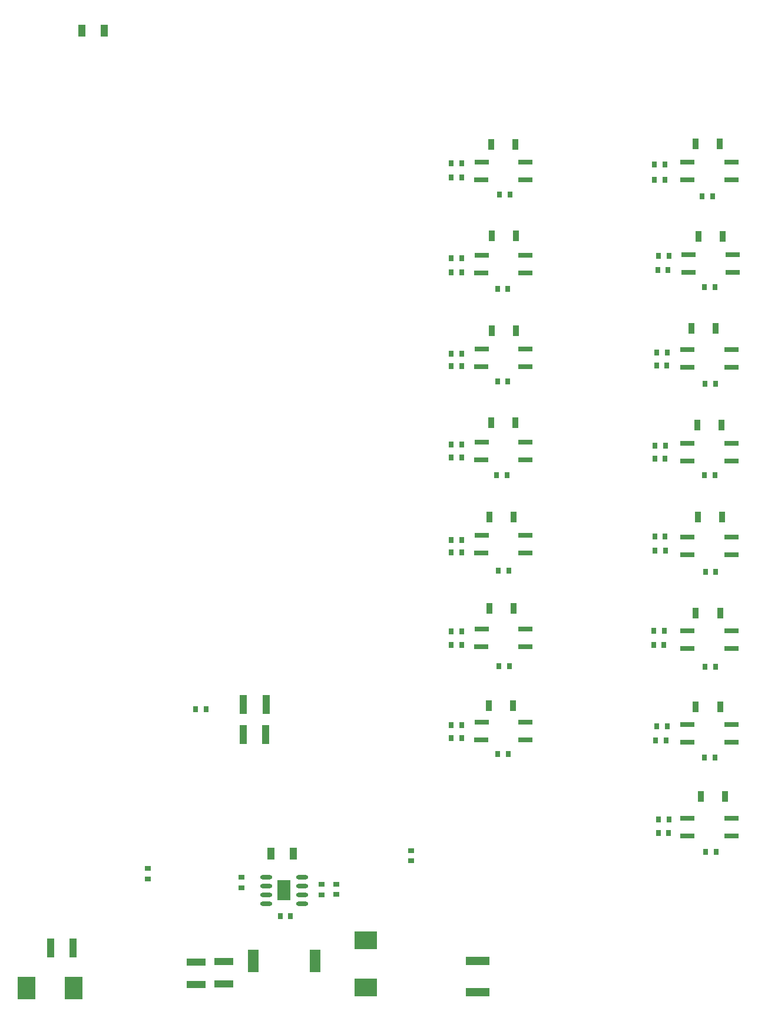
<source format=gbp>
G04*
G04 #@! TF.GenerationSoftware,Altium Limited,Altium Designer,23.10.1 (27)*
G04*
G04 Layer_Color=128*
%FSLAX25Y25*%
%MOIN*%
G70*
G04*
G04 #@! TF.SameCoordinates,11ED35D2-EC07-4038-AA85-49FD2C925FBF*
G04*
G04*
G04 #@! TF.FilePolarity,Positive*
G04*
G01*
G75*
%ADD14R,0.03347X0.02756*%
%ADD42R,0.09843X0.12992*%
%ADD43R,0.10630X0.03937*%
%ADD44R,0.06299X0.12598*%
%ADD45R,0.02756X0.03347*%
%ADD46R,0.08000X0.03000*%
%ADD47R,0.03543X0.05906*%
%ADD48R,0.03937X0.07087*%
%ADD49O,0.06890X0.02362*%
%ADD50R,0.07480X0.11811*%
%ADD51R,0.13780X0.05118*%
%ADD52R,0.12992X0.09843*%
%ADD53R,0.03937X0.10630*%
D14*
X290000Y78194D02*
D03*
Y84100D02*
D03*
X298300Y84200D02*
D03*
Y78294D02*
D03*
X244800Y88105D02*
D03*
Y82200D02*
D03*
X191500Y87100D02*
D03*
Y93006D02*
D03*
X340600Y103206D02*
D03*
Y97300D02*
D03*
D42*
X149700Y25400D02*
D03*
X123125D02*
D03*
D43*
X219100Y40195D02*
D03*
Y27400D02*
D03*
X234600Y40495D02*
D03*
Y27700D02*
D03*
D44*
X286400Y40700D02*
D03*
X251361D02*
D03*
D45*
X363394Y166800D02*
D03*
X369300D02*
D03*
X389595Y157700D02*
D03*
X395500D02*
D03*
X363394Y219600D02*
D03*
X369300D02*
D03*
X390300Y207300D02*
D03*
X396205D02*
D03*
X363394Y271800D02*
D03*
X369300D02*
D03*
X389995Y261300D02*
D03*
X395900D02*
D03*
X363394Y325300D02*
D03*
X369300D02*
D03*
X389100Y315400D02*
D03*
X395005D02*
D03*
X363394Y384200D02*
D03*
X369300D02*
D03*
X363394Y377100D02*
D03*
X369300D02*
D03*
X389494Y368500D02*
D03*
X395400D02*
D03*
X389500Y420700D02*
D03*
X395406D02*
D03*
X363394Y438000D02*
D03*
X369300D02*
D03*
X363394Y430000D02*
D03*
X369300D02*
D03*
X390700Y474000D02*
D03*
X396605D02*
D03*
X363394Y491900D02*
D03*
X369300D02*
D03*
X363394Y483900D02*
D03*
X369300D02*
D03*
X480594Y120882D02*
D03*
X486500D02*
D03*
X480500Y113182D02*
D03*
X486406D02*
D03*
X507400Y102400D02*
D03*
X513306D02*
D03*
X485505Y173500D02*
D03*
X479600D02*
D03*
X485000Y165500D02*
D03*
X479095D02*
D03*
X512605Y155900D02*
D03*
X506700D02*
D03*
X478094Y227600D02*
D03*
X484000D02*
D03*
X477894Y219300D02*
D03*
X483800D02*
D03*
X507000Y207100D02*
D03*
X512906D02*
D03*
X478594Y272700D02*
D03*
X484500D02*
D03*
X507195Y260800D02*
D03*
X513100D02*
D03*
X478594Y332100D02*
D03*
X484500D02*
D03*
X478495Y324900D02*
D03*
X484400D02*
D03*
X506795Y315300D02*
D03*
X512700D02*
D03*
X507094Y367100D02*
D03*
X513000D02*
D03*
X512600Y421900D02*
D03*
X506695D02*
D03*
X486105Y431400D02*
D03*
X480200D02*
D03*
X511300Y473100D02*
D03*
X505395D02*
D03*
X484300Y491100D02*
D03*
X478395D02*
D03*
X484305Y482300D02*
D03*
X478400D02*
D03*
X486506Y439400D02*
D03*
X480600D02*
D03*
X272400Y66100D02*
D03*
X266494D02*
D03*
X484400Y280700D02*
D03*
X478495D02*
D03*
X369300Y174100D02*
D03*
X363394D02*
D03*
X369300Y227100D02*
D03*
X363394D02*
D03*
X369300Y278800D02*
D03*
X363394D02*
D03*
X369300Y332900D02*
D03*
X363394D02*
D03*
X485400Y377300D02*
D03*
X479494D02*
D03*
X485600Y384900D02*
D03*
X479695D02*
D03*
X218800Y183200D02*
D03*
X224706D02*
D03*
D46*
X405400Y175700D02*
D03*
X380400Y165700D02*
D03*
X405400D02*
D03*
X380500Y175700D02*
D03*
X405400Y228500D02*
D03*
X380400Y218500D02*
D03*
X405400D02*
D03*
X380500Y228500D02*
D03*
X405400Y334100D02*
D03*
X380400Y324100D02*
D03*
X405400D02*
D03*
X380500Y334100D02*
D03*
X405400Y386900D02*
D03*
X380400Y376900D02*
D03*
X405400D02*
D03*
X380500Y386900D02*
D03*
X405400Y439700D02*
D03*
X380400Y429700D02*
D03*
X405400D02*
D03*
X380500Y439700D02*
D03*
X405400Y492500D02*
D03*
X380400Y482500D02*
D03*
X405400D02*
D03*
X380500Y492500D02*
D03*
X522000Y121300D02*
D03*
X497000Y111300D02*
D03*
X522000D02*
D03*
X497100Y121300D02*
D03*
Y174329D02*
D03*
X522000Y164329D02*
D03*
X497000D02*
D03*
X522000Y174329D02*
D03*
Y227357D02*
D03*
X497000Y217357D02*
D03*
X522000D02*
D03*
X497100Y227357D02*
D03*
X522000Y280386D02*
D03*
X497000Y270386D02*
D03*
X522000D02*
D03*
X497100Y280386D02*
D03*
X522000Y333414D02*
D03*
X497000Y323414D02*
D03*
X522000D02*
D03*
X497100Y333414D02*
D03*
X522000Y386443D02*
D03*
X497000Y376443D02*
D03*
X522000D02*
D03*
X497100Y386443D02*
D03*
X497800Y440000D02*
D03*
X522700Y430000D02*
D03*
X497700D02*
D03*
X522700Y440000D02*
D03*
X497100Y492500D02*
D03*
X522000Y482500D02*
D03*
X497000D02*
D03*
X522000Y492500D02*
D03*
X405400Y281300D02*
D03*
X380400Y271300D02*
D03*
X405400D02*
D03*
X380500Y281300D02*
D03*
D47*
X384910Y240200D02*
D03*
X398690D02*
D03*
X386310Y397000D02*
D03*
X400090D02*
D03*
X501810Y237600D02*
D03*
X515590D02*
D03*
X501610Y502900D02*
D03*
X515390D02*
D03*
X499321Y398600D02*
D03*
X513100D02*
D03*
X502610Y343700D02*
D03*
X516390D02*
D03*
X502910Y291900D02*
D03*
X516690D02*
D03*
X516990Y450300D02*
D03*
X503210D02*
D03*
X501821Y184400D02*
D03*
X515600D02*
D03*
X504510Y133782D02*
D03*
X518290D02*
D03*
X386010Y502400D02*
D03*
X399790D02*
D03*
X386210Y450700D02*
D03*
X399990D02*
D03*
X385910Y345100D02*
D03*
X399690D02*
D03*
X384910Y291800D02*
D03*
X398690D02*
D03*
X384610Y185000D02*
D03*
X398390D02*
D03*
D48*
X261200Y101600D02*
D03*
X273995D02*
D03*
X154205Y566800D02*
D03*
X167000D02*
D03*
D49*
X258564Y73200D02*
D03*
Y78200D02*
D03*
Y83200D02*
D03*
Y88200D02*
D03*
X279036Y73200D02*
D03*
Y78200D02*
D03*
Y83200D02*
D03*
Y88200D02*
D03*
D50*
X268800Y80700D02*
D03*
D51*
X378200Y40716D02*
D03*
Y23000D02*
D03*
D52*
X315000Y25900D02*
D03*
Y52475D02*
D03*
D53*
X245705Y185800D02*
D03*
X258500D02*
D03*
X245600Y168700D02*
D03*
X258395D02*
D03*
X149295Y48200D02*
D03*
X136500D02*
D03*
M02*

</source>
